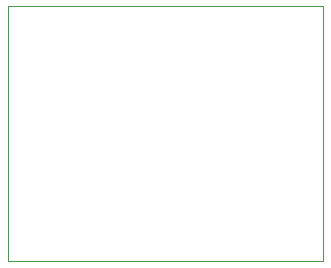
<source format=gbr>
G04 #@! TF.GenerationSoftware,KiCad,Pcbnew,(5.1.2)-2*
G04 #@! TF.CreationDate,2019-08-09T21:52:20-03:00*
G04 #@! TF.ProjectId,Yudao,59756461-6f2e-46b6-9963-61645f706362,rev?*
G04 #@! TF.SameCoordinates,Original*
G04 #@! TF.FileFunction,Profile,NP*
%FSLAX46Y46*%
G04 Gerber Fmt 4.6, Leading zero omitted, Abs format (unit mm)*
G04 Created by KiCad (PCBNEW (5.1.2)-2) date 2019-08-09 21:52:20*
%MOMM*%
%LPD*%
G04 APERTURE LIST*
%ADD10C,0.050000*%
G04 APERTURE END LIST*
D10*
X139700000Y-83820000D02*
X113030000Y-83820000D01*
X139700000Y-85090000D02*
X139700000Y-83820000D01*
X139700000Y-105410000D02*
X139700000Y-85090000D01*
X113030000Y-105410000D02*
X139700000Y-105410000D01*
X113030000Y-83820000D02*
X113030000Y-105410000D01*
M02*

</source>
